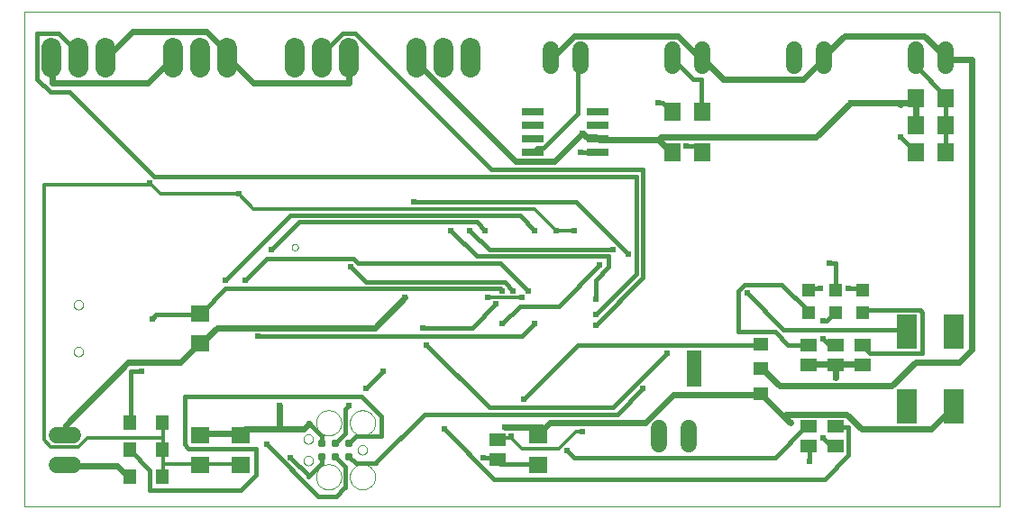
<source format=gbl>
G75*
%MOIN*%
%OFA0B0*%
%FSLAX24Y24*%
%IPPOS*%
%LPD*%
%AMOC8*
5,1,8,0,0,1.08239X$1,22.5*
%
%ADD10C,0.0000*%
%ADD11C,0.0310*%
%ADD12R,0.0709X0.0630*%
%ADD13R,0.0472X0.0551*%
%ADD14R,0.0630X0.0512*%
%ADD15R,0.0591X0.0512*%
%ADD16R,0.0472X0.0472*%
%ADD17R,0.0750X0.1250*%
%ADD18C,0.0600*%
%ADD19R,0.0630X0.0709*%
%ADD20R,0.0800X0.0260*%
%ADD21R,0.0551X0.0472*%
%ADD22R,0.0551X0.1378*%
%ADD23C,0.0740*%
%ADD24C,0.0240*%
%ADD25C,0.0240*%
%ADD26C,0.0160*%
%ADD27C,0.0180*%
%ADD28C,0.0120*%
D10*
X003100Y000158D02*
X003100Y018454D01*
X039170Y018454D01*
X039170Y000158D01*
X003100Y000158D01*
X004923Y005892D02*
X004925Y005918D01*
X004931Y005944D01*
X004941Y005969D01*
X004954Y005992D01*
X004970Y006012D01*
X004990Y006030D01*
X005012Y006045D01*
X005035Y006057D01*
X005061Y006065D01*
X005087Y006069D01*
X005113Y006069D01*
X005139Y006065D01*
X005165Y006057D01*
X005189Y006045D01*
X005210Y006030D01*
X005230Y006012D01*
X005246Y005992D01*
X005259Y005969D01*
X005269Y005944D01*
X005275Y005918D01*
X005277Y005892D01*
X005275Y005866D01*
X005269Y005840D01*
X005259Y005815D01*
X005246Y005792D01*
X005230Y005772D01*
X005210Y005754D01*
X005188Y005739D01*
X005165Y005727D01*
X005139Y005719D01*
X005113Y005715D01*
X005087Y005715D01*
X005061Y005719D01*
X005035Y005727D01*
X005011Y005739D01*
X004990Y005754D01*
X004970Y005772D01*
X004954Y005792D01*
X004941Y005815D01*
X004931Y005840D01*
X004925Y005866D01*
X004923Y005892D01*
X004923Y007624D02*
X004925Y007650D01*
X004931Y007676D01*
X004941Y007701D01*
X004954Y007724D01*
X004970Y007744D01*
X004990Y007762D01*
X005012Y007777D01*
X005035Y007789D01*
X005061Y007797D01*
X005087Y007801D01*
X005113Y007801D01*
X005139Y007797D01*
X005165Y007789D01*
X005189Y007777D01*
X005210Y007762D01*
X005230Y007744D01*
X005246Y007724D01*
X005259Y007701D01*
X005269Y007676D01*
X005275Y007650D01*
X005277Y007624D01*
X005275Y007598D01*
X005269Y007572D01*
X005259Y007547D01*
X005246Y007524D01*
X005230Y007504D01*
X005210Y007486D01*
X005188Y007471D01*
X005165Y007459D01*
X005139Y007451D01*
X005113Y007447D01*
X005087Y007447D01*
X005061Y007451D01*
X005035Y007459D01*
X005011Y007471D01*
X004990Y007486D01*
X004970Y007504D01*
X004954Y007524D01*
X004941Y007547D01*
X004931Y007572D01*
X004925Y007598D01*
X004923Y007624D01*
X012982Y009758D02*
X012984Y009779D01*
X012990Y009799D01*
X012999Y009819D01*
X013011Y009836D01*
X013026Y009850D01*
X013044Y009862D01*
X013064Y009870D01*
X013084Y009875D01*
X013105Y009876D01*
X013126Y009873D01*
X013146Y009867D01*
X013165Y009856D01*
X013182Y009843D01*
X013195Y009827D01*
X013206Y009809D01*
X013214Y009789D01*
X013218Y009769D01*
X013218Y009747D01*
X013214Y009727D01*
X013206Y009707D01*
X013195Y009689D01*
X013182Y009673D01*
X013165Y009660D01*
X013146Y009649D01*
X013126Y009643D01*
X013105Y009640D01*
X013084Y009641D01*
X013064Y009646D01*
X013044Y009654D01*
X013026Y009666D01*
X013011Y009680D01*
X012999Y009697D01*
X012990Y009717D01*
X012984Y009737D01*
X012982Y009758D01*
X013883Y003258D02*
X013885Y003301D01*
X013891Y003344D01*
X013901Y003386D01*
X013915Y003427D01*
X013932Y003466D01*
X013953Y003504D01*
X013977Y003539D01*
X014005Y003573D01*
X014035Y003603D01*
X014069Y003631D01*
X014104Y003655D01*
X014142Y003676D01*
X014181Y003693D01*
X014222Y003707D01*
X014264Y003717D01*
X014307Y003723D01*
X014350Y003725D01*
X014393Y003723D01*
X014436Y003717D01*
X014478Y003707D01*
X014519Y003693D01*
X014558Y003676D01*
X014596Y003655D01*
X014631Y003631D01*
X014665Y003603D01*
X014695Y003573D01*
X014723Y003539D01*
X014747Y003504D01*
X014768Y003466D01*
X014785Y003427D01*
X014799Y003386D01*
X014809Y003344D01*
X014815Y003301D01*
X014817Y003258D01*
X014815Y003215D01*
X014809Y003172D01*
X014799Y003130D01*
X014785Y003089D01*
X014768Y003050D01*
X014747Y003012D01*
X014723Y002977D01*
X014695Y002943D01*
X014665Y002913D01*
X014631Y002885D01*
X014596Y002861D01*
X014558Y002840D01*
X014519Y002823D01*
X014478Y002809D01*
X014436Y002799D01*
X014393Y002793D01*
X014350Y002791D01*
X014307Y002793D01*
X014264Y002799D01*
X014222Y002809D01*
X014181Y002823D01*
X014142Y002840D01*
X014104Y002861D01*
X014069Y002885D01*
X014035Y002913D01*
X014005Y002943D01*
X013977Y002977D01*
X013953Y003012D01*
X013932Y003050D01*
X013915Y003089D01*
X013901Y003130D01*
X013891Y003172D01*
X013885Y003215D01*
X013883Y003258D01*
X013425Y002658D02*
X013427Y002684D01*
X013433Y002710D01*
X013442Y002734D01*
X013455Y002757D01*
X013472Y002777D01*
X013491Y002795D01*
X013513Y002810D01*
X013536Y002821D01*
X013561Y002829D01*
X013587Y002833D01*
X013613Y002833D01*
X013639Y002829D01*
X013664Y002821D01*
X013688Y002810D01*
X013709Y002795D01*
X013728Y002777D01*
X013745Y002757D01*
X013758Y002734D01*
X013767Y002710D01*
X013773Y002684D01*
X013775Y002658D01*
X013773Y002632D01*
X013767Y002606D01*
X013758Y002582D01*
X013745Y002559D01*
X013728Y002539D01*
X013709Y002521D01*
X013687Y002506D01*
X013664Y002495D01*
X013639Y002487D01*
X013613Y002483D01*
X013587Y002483D01*
X013561Y002487D01*
X013536Y002495D01*
X013512Y002506D01*
X013491Y002521D01*
X013472Y002539D01*
X013455Y002559D01*
X013442Y002582D01*
X013433Y002606D01*
X013427Y002632D01*
X013425Y002658D01*
X013425Y001858D02*
X013427Y001884D01*
X013433Y001910D01*
X013442Y001934D01*
X013455Y001957D01*
X013472Y001977D01*
X013491Y001995D01*
X013513Y002010D01*
X013536Y002021D01*
X013561Y002029D01*
X013587Y002033D01*
X013613Y002033D01*
X013639Y002029D01*
X013664Y002021D01*
X013688Y002010D01*
X013709Y001995D01*
X013728Y001977D01*
X013745Y001957D01*
X013758Y001934D01*
X013767Y001910D01*
X013773Y001884D01*
X013775Y001858D01*
X013773Y001832D01*
X013767Y001806D01*
X013758Y001782D01*
X013745Y001759D01*
X013728Y001739D01*
X013709Y001721D01*
X013687Y001706D01*
X013664Y001695D01*
X013639Y001687D01*
X013613Y001683D01*
X013587Y001683D01*
X013561Y001687D01*
X013536Y001695D01*
X013512Y001706D01*
X013491Y001721D01*
X013472Y001739D01*
X013455Y001759D01*
X013442Y001782D01*
X013433Y001806D01*
X013427Y001832D01*
X013425Y001858D01*
X013883Y001258D02*
X013885Y001301D01*
X013891Y001344D01*
X013901Y001386D01*
X013915Y001427D01*
X013932Y001466D01*
X013953Y001504D01*
X013977Y001539D01*
X014005Y001573D01*
X014035Y001603D01*
X014069Y001631D01*
X014104Y001655D01*
X014142Y001676D01*
X014181Y001693D01*
X014222Y001707D01*
X014264Y001717D01*
X014307Y001723D01*
X014350Y001725D01*
X014393Y001723D01*
X014436Y001717D01*
X014478Y001707D01*
X014519Y001693D01*
X014558Y001676D01*
X014596Y001655D01*
X014631Y001631D01*
X014665Y001603D01*
X014695Y001573D01*
X014723Y001539D01*
X014747Y001504D01*
X014768Y001466D01*
X014785Y001427D01*
X014799Y001386D01*
X014809Y001344D01*
X014815Y001301D01*
X014817Y001258D01*
X014815Y001215D01*
X014809Y001172D01*
X014799Y001130D01*
X014785Y001089D01*
X014768Y001050D01*
X014747Y001012D01*
X014723Y000977D01*
X014695Y000943D01*
X014665Y000913D01*
X014631Y000885D01*
X014596Y000861D01*
X014558Y000840D01*
X014519Y000823D01*
X014478Y000809D01*
X014436Y000799D01*
X014393Y000793D01*
X014350Y000791D01*
X014307Y000793D01*
X014264Y000799D01*
X014222Y000809D01*
X014181Y000823D01*
X014142Y000840D01*
X014104Y000861D01*
X014069Y000885D01*
X014035Y000913D01*
X014005Y000943D01*
X013977Y000977D01*
X013953Y001012D01*
X013932Y001050D01*
X013915Y001089D01*
X013901Y001130D01*
X013891Y001172D01*
X013885Y001215D01*
X013883Y001258D01*
X015133Y001258D02*
X015135Y001301D01*
X015141Y001344D01*
X015151Y001386D01*
X015165Y001427D01*
X015182Y001466D01*
X015203Y001504D01*
X015227Y001539D01*
X015255Y001573D01*
X015285Y001603D01*
X015319Y001631D01*
X015354Y001655D01*
X015392Y001676D01*
X015431Y001693D01*
X015472Y001707D01*
X015514Y001717D01*
X015557Y001723D01*
X015600Y001725D01*
X015643Y001723D01*
X015686Y001717D01*
X015728Y001707D01*
X015769Y001693D01*
X015808Y001676D01*
X015846Y001655D01*
X015881Y001631D01*
X015915Y001603D01*
X015945Y001573D01*
X015973Y001539D01*
X015997Y001504D01*
X016018Y001466D01*
X016035Y001427D01*
X016049Y001386D01*
X016059Y001344D01*
X016065Y001301D01*
X016067Y001258D01*
X016065Y001215D01*
X016059Y001172D01*
X016049Y001130D01*
X016035Y001089D01*
X016018Y001050D01*
X015997Y001012D01*
X015973Y000977D01*
X015945Y000943D01*
X015915Y000913D01*
X015881Y000885D01*
X015846Y000861D01*
X015808Y000840D01*
X015769Y000823D01*
X015728Y000809D01*
X015686Y000799D01*
X015643Y000793D01*
X015600Y000791D01*
X015557Y000793D01*
X015514Y000799D01*
X015472Y000809D01*
X015431Y000823D01*
X015392Y000840D01*
X015354Y000861D01*
X015319Y000885D01*
X015285Y000913D01*
X015255Y000943D01*
X015227Y000977D01*
X015203Y001012D01*
X015182Y001050D01*
X015165Y001089D01*
X015151Y001130D01*
X015141Y001172D01*
X015135Y001215D01*
X015133Y001258D01*
X015425Y002258D02*
X015427Y002284D01*
X015433Y002310D01*
X015442Y002334D01*
X015455Y002357D01*
X015472Y002377D01*
X015491Y002395D01*
X015513Y002410D01*
X015536Y002421D01*
X015561Y002429D01*
X015587Y002433D01*
X015613Y002433D01*
X015639Y002429D01*
X015664Y002421D01*
X015688Y002410D01*
X015709Y002395D01*
X015728Y002377D01*
X015745Y002357D01*
X015758Y002334D01*
X015767Y002310D01*
X015773Y002284D01*
X015775Y002258D01*
X015773Y002232D01*
X015767Y002206D01*
X015758Y002182D01*
X015745Y002159D01*
X015728Y002139D01*
X015709Y002121D01*
X015687Y002106D01*
X015664Y002095D01*
X015639Y002087D01*
X015613Y002083D01*
X015587Y002083D01*
X015561Y002087D01*
X015536Y002095D01*
X015512Y002106D01*
X015491Y002121D01*
X015472Y002139D01*
X015455Y002159D01*
X015442Y002182D01*
X015433Y002206D01*
X015427Y002232D01*
X015425Y002258D01*
X015133Y003258D02*
X015135Y003301D01*
X015141Y003344D01*
X015151Y003386D01*
X015165Y003427D01*
X015182Y003466D01*
X015203Y003504D01*
X015227Y003539D01*
X015255Y003573D01*
X015285Y003603D01*
X015319Y003631D01*
X015354Y003655D01*
X015392Y003676D01*
X015431Y003693D01*
X015472Y003707D01*
X015514Y003717D01*
X015557Y003723D01*
X015600Y003725D01*
X015643Y003723D01*
X015686Y003717D01*
X015728Y003707D01*
X015769Y003693D01*
X015808Y003676D01*
X015846Y003655D01*
X015881Y003631D01*
X015915Y003603D01*
X015945Y003573D01*
X015973Y003539D01*
X015997Y003504D01*
X016018Y003466D01*
X016035Y003427D01*
X016049Y003386D01*
X016059Y003344D01*
X016065Y003301D01*
X016067Y003258D01*
X016065Y003215D01*
X016059Y003172D01*
X016049Y003130D01*
X016035Y003089D01*
X016018Y003050D01*
X015997Y003012D01*
X015973Y002977D01*
X015945Y002943D01*
X015915Y002913D01*
X015881Y002885D01*
X015846Y002861D01*
X015808Y002840D01*
X015769Y002823D01*
X015728Y002809D01*
X015686Y002799D01*
X015643Y002793D01*
X015600Y002791D01*
X015557Y002793D01*
X015514Y002799D01*
X015472Y002809D01*
X015431Y002823D01*
X015392Y002840D01*
X015354Y002861D01*
X015319Y002885D01*
X015285Y002913D01*
X015255Y002943D01*
X015227Y002977D01*
X015203Y003012D01*
X015182Y003050D01*
X015165Y003089D01*
X015151Y003130D01*
X015141Y003172D01*
X015135Y003215D01*
X015133Y003258D01*
D11*
X015100Y002508D03*
X014600Y002508D03*
X014100Y002508D03*
X014100Y002008D03*
X014600Y002008D03*
X015100Y002008D03*
D12*
X011100Y001707D03*
X011100Y002809D03*
X009600Y002809D03*
X009600Y001707D03*
X009600Y006207D03*
X009600Y007309D03*
X022100Y002809D03*
X022100Y001707D03*
D13*
X008191Y001258D03*
X007009Y001258D03*
X007009Y002258D03*
X008191Y002258D03*
X008191Y003258D03*
X007009Y003258D03*
D14*
X020600Y002632D03*
X020600Y001884D03*
D15*
X032100Y002384D03*
X032100Y003132D03*
X033100Y003132D03*
X033100Y002384D03*
X033100Y005384D03*
X032100Y005384D03*
X032100Y006132D03*
X033100Y006132D03*
X034100Y006132D03*
X034100Y005384D03*
D16*
X034100Y007345D03*
X033100Y007345D03*
X032100Y007345D03*
X032100Y008171D03*
X033100Y008171D03*
X034100Y008171D03*
D17*
X035725Y006633D03*
X037475Y006633D03*
X037475Y003883D03*
X035725Y003883D03*
D18*
X027650Y003058D02*
X027650Y002458D01*
X026550Y002458D02*
X026550Y003058D01*
X027050Y016458D02*
X027050Y017058D01*
X028150Y017058D02*
X028150Y016458D01*
X031550Y016458D02*
X031550Y017058D01*
X032650Y017058D02*
X032650Y016458D01*
X036050Y016458D02*
X036050Y017058D01*
X037150Y017058D02*
X037150Y016458D01*
X023650Y016458D02*
X023650Y017058D01*
X022550Y017058D02*
X022550Y016458D01*
X004900Y002808D02*
X004300Y002808D01*
X004300Y001708D02*
X004900Y001708D01*
D19*
X027049Y013258D03*
X028151Y013258D03*
X028151Y014758D03*
X027049Y014758D03*
X036049Y014258D03*
X036049Y013258D03*
X037151Y013258D03*
X037151Y014258D03*
X037151Y015258D03*
X036049Y015258D03*
D20*
X024310Y014758D03*
X024310Y014258D03*
X024310Y013758D03*
X024310Y013258D03*
X021890Y013258D03*
X021890Y013758D03*
X021890Y014258D03*
X021890Y014758D03*
D21*
X030320Y006168D03*
X030320Y005258D03*
X030320Y004348D03*
D22*
X027880Y005258D03*
D23*
X019600Y016388D02*
X019600Y017128D01*
X018600Y017128D02*
X018600Y016388D01*
X017600Y016388D02*
X017600Y017128D01*
X015100Y017128D02*
X015100Y016388D01*
X014100Y016388D02*
X014100Y017128D01*
X013100Y017128D02*
X013100Y016388D01*
X010600Y016388D02*
X010600Y017128D01*
X009600Y017128D02*
X009600Y016388D01*
X008600Y016388D02*
X008600Y017128D01*
X006100Y017128D02*
X006100Y016388D01*
X005100Y016388D02*
X005100Y017128D01*
X004100Y017128D02*
X004100Y016388D01*
D24*
X004140Y016698D02*
X004100Y016758D01*
X004140Y016698D02*
X004140Y015818D01*
X007660Y015818D01*
X008600Y016758D01*
X009820Y017738D02*
X007100Y017738D01*
X006140Y016778D01*
X006100Y016758D01*
X009820Y017738D02*
X010540Y017018D01*
X010540Y016778D01*
X010600Y016758D01*
X010700Y016698D01*
X011580Y015818D01*
X015100Y015818D01*
X015100Y016758D01*
X017600Y016758D02*
X017660Y016698D01*
X017660Y016538D01*
X021260Y012938D01*
X022700Y012938D01*
X023740Y013978D01*
X023900Y013818D01*
X024220Y013818D01*
X024310Y013758D01*
X024380Y013738D01*
X026540Y013738D01*
X026620Y013818D01*
X027020Y013818D01*
X032380Y013818D01*
X033660Y015098D01*
X035500Y015098D01*
X035500Y015018D01*
X035500Y015098D02*
X035980Y015098D01*
X036049Y015258D01*
X036060Y015258D01*
X036060Y014298D01*
X036049Y014258D01*
X037180Y016698D02*
X037150Y016758D01*
X037100Y016858D01*
X036380Y017578D01*
X033420Y017578D01*
X032700Y016858D01*
X032650Y016758D01*
X032620Y016698D01*
X031900Y015978D01*
X028940Y015978D01*
X028220Y016698D01*
X028150Y016758D01*
X028060Y016778D01*
X027260Y017578D01*
X023420Y017578D01*
X022620Y016778D01*
X022550Y016758D01*
X026540Y013738D02*
X027020Y013258D01*
X027049Y013258D01*
X037180Y016698D02*
X038140Y016698D01*
X038140Y005978D01*
X037660Y005498D01*
X036060Y005498D01*
X035180Y004618D01*
X031020Y004618D01*
X030380Y005258D01*
X030320Y005258D01*
X030320Y004348D02*
X030220Y004298D01*
X027100Y004298D01*
X026060Y003258D01*
X024300Y003258D01*
X022540Y003258D01*
X022140Y002858D01*
X022100Y002809D01*
X022220Y003098D01*
X020860Y003098D01*
X016060Y006778D02*
X010220Y006778D01*
X009660Y006218D01*
X009600Y006207D01*
X009500Y006138D01*
X008860Y005498D01*
X006940Y005498D01*
X004620Y003178D01*
X004620Y002858D01*
X004600Y002808D01*
X004600Y001708D02*
X004620Y001658D01*
X006540Y001658D01*
X006940Y001258D01*
X007009Y001258D01*
X009600Y002809D02*
X009660Y002858D01*
X011020Y002858D01*
X011100Y002809D01*
X011100Y002858D01*
X011260Y003018D01*
X012540Y003018D01*
X012540Y003898D01*
X013420Y003018D02*
X013630Y003228D01*
X013420Y003018D02*
X012540Y003018D01*
X016060Y006778D02*
X017180Y007898D01*
X030320Y004348D02*
X030380Y004298D01*
X031180Y003498D01*
X031260Y003578D01*
X033500Y003578D01*
X034060Y003018D01*
X036620Y003018D01*
X037420Y003818D01*
X037475Y003883D01*
X034100Y005384D02*
X034060Y005418D01*
X033180Y005418D01*
X033100Y005384D01*
X033020Y005418D01*
X032140Y005418D01*
X032100Y005384D01*
X033100Y005384D02*
X033100Y004938D01*
X031420Y003258D02*
X031180Y003498D01*
D25*
X031420Y003258D03*
X032620Y002698D03*
X032140Y001818D03*
X033100Y004938D03*
X032620Y006378D03*
X032620Y007018D03*
X032540Y008218D03*
X033580Y008218D03*
X032860Y009178D03*
X029820Y008058D03*
X026860Y005818D03*
X025980Y004538D03*
X024300Y003258D03*
X023740Y002938D03*
X023180Y002218D03*
X021100Y002778D03*
X020860Y003098D03*
X021580Y004138D03*
X018620Y003018D03*
X020060Y001978D03*
X015740Y004538D03*
X015100Y003898D03*
X016380Y005178D03*
X017980Y006138D03*
X017820Y006778D03*
X017180Y007898D03*
X015180Y009018D03*
X012220Y009658D03*
X011260Y008538D03*
X010540Y008538D03*
X007820Y007098D03*
X007420Y005178D03*
X011740Y006458D03*
X012540Y003898D03*
X012060Y002458D03*
X012940Y001978D03*
X020780Y006938D03*
X020540Y007658D03*
X020220Y007898D03*
X020780Y008138D03*
X021180Y008138D03*
X021500Y007898D03*
X021740Y008138D03*
X021980Y006938D03*
X024220Y006858D03*
X024220Y007258D03*
X024220Y007818D03*
X024380Y009098D03*
X024860Y009658D03*
X025420Y009498D03*
X023420Y010378D03*
X022780Y010378D03*
X021980Y010378D03*
X020140Y010378D03*
X019580Y010378D03*
X018860Y010378D03*
X017500Y011418D03*
X023660Y013258D03*
X023740Y013978D03*
X026540Y015098D03*
X027020Y013818D03*
X027580Y013498D03*
X033660Y015098D03*
X035500Y015018D03*
X035500Y013818D03*
X011020Y011738D03*
X007740Y012138D03*
D26*
X014975Y003758D02*
X014975Y002883D01*
X014600Y002508D01*
X014100Y002508D02*
X014100Y002758D01*
X013630Y003228D01*
X013600Y003258D01*
X015100Y002508D02*
X015350Y002758D01*
X016100Y002758D01*
X016100Y001758D02*
X015350Y001758D01*
X015100Y002008D01*
X014975Y001633D02*
X014975Y000883D01*
X014975Y001633D02*
X014600Y002008D01*
X014100Y002008D02*
X014100Y001758D01*
X013630Y001288D01*
X013600Y001258D01*
D27*
X013630Y001288D02*
X012940Y001978D01*
X012060Y002458D02*
X013980Y000538D01*
X014620Y000538D01*
X014940Y000858D01*
X014975Y000883D01*
X016100Y001758D02*
X016140Y001818D01*
X017900Y003578D01*
X025020Y003578D01*
X025980Y004538D01*
X024860Y003818D02*
X026860Y005818D01*
X024220Y006858D02*
X025980Y008618D01*
X025980Y012618D01*
X020380Y012618D01*
X015340Y017658D01*
X014860Y017658D01*
X014140Y016938D01*
X014140Y016778D01*
X014100Y016758D01*
X007900Y012378D02*
X004780Y015498D01*
X004060Y015498D01*
X003580Y015978D01*
X003580Y017658D01*
X004380Y017658D01*
X005100Y016938D01*
X005100Y016758D01*
X007900Y012378D02*
X025740Y012378D01*
X025740Y008778D01*
X024220Y007258D01*
X024220Y007818D02*
X024220Y008538D01*
X024700Y009018D01*
X024700Y009418D01*
X019820Y009418D01*
X018860Y010378D01*
X019580Y010378D02*
X020300Y009658D01*
X024860Y009658D01*
X025420Y009498D02*
X023500Y011418D01*
X017500Y011418D01*
X019820Y010698D02*
X020140Y010378D01*
X019820Y010698D02*
X013260Y010698D01*
X012220Y009658D01*
X012060Y009338D02*
X011260Y008538D01*
X010540Y008538D02*
X012940Y010938D01*
X021420Y010938D01*
X021980Y010378D01*
X020700Y009178D02*
X015420Y009178D01*
X015260Y009338D01*
X012060Y009338D01*
X010540Y008218D02*
X009660Y007338D01*
X009600Y007309D01*
X009580Y007258D01*
X007980Y007258D01*
X007820Y007098D01*
X007420Y005178D02*
X007020Y005178D01*
X007020Y003258D01*
X007009Y003258D01*
X007009Y002258D02*
X007020Y002218D01*
X007740Y001498D01*
X007740Y000778D01*
X011100Y000778D01*
X011660Y001338D01*
X011660Y002298D01*
X009180Y002298D01*
X009020Y002458D01*
X009020Y004218D01*
X015580Y004218D01*
X016300Y003498D01*
X016300Y002778D01*
X016140Y002778D01*
X016100Y002758D01*
X014975Y003758D02*
X015020Y003818D01*
X015100Y003898D01*
X015740Y004538D02*
X016380Y005178D01*
X017980Y006138D02*
X020300Y003818D01*
X024860Y003818D01*
X023180Y002218D02*
X023420Y001978D01*
X030860Y001978D01*
X031980Y003098D01*
X032060Y003098D01*
X032100Y003132D01*
X032620Y002698D02*
X032860Y002458D01*
X033100Y002458D01*
X033100Y002384D01*
X033580Y002058D02*
X033580Y003098D01*
X033100Y003098D01*
X033100Y003132D01*
X032140Y002378D02*
X032100Y002384D01*
X032140Y002378D02*
X032140Y001818D01*
X032700Y001178D02*
X033580Y002058D01*
X032700Y001178D02*
X020460Y001178D01*
X018620Y003018D01*
X020060Y001978D02*
X020460Y001978D01*
X020540Y001898D01*
X020600Y001884D01*
X020620Y001818D01*
X020700Y001738D01*
X022060Y001738D01*
X022100Y001707D01*
X021580Y004138D02*
X023580Y006138D01*
X030300Y006138D01*
X030320Y006168D01*
X030860Y006618D02*
X029500Y006618D01*
X029500Y008138D01*
X029740Y008378D01*
X031100Y008378D01*
X032060Y007418D01*
X032100Y007345D01*
X032620Y007018D02*
X032780Y007018D01*
X033100Y007338D01*
X033100Y007345D01*
X034100Y007345D02*
X034140Y007418D01*
X036220Y007418D01*
X036300Y007338D01*
X036300Y005818D01*
X034380Y005818D01*
X034140Y006058D01*
X034100Y006132D01*
X033100Y006138D02*
X033100Y006132D01*
X033100Y006138D02*
X032860Y006138D01*
X032620Y006378D01*
X032100Y006132D02*
X032060Y006138D01*
X031340Y006138D01*
X030860Y006618D01*
X031180Y006698D02*
X035660Y006698D01*
X035725Y006633D01*
X034100Y008171D02*
X034060Y008218D01*
X033580Y008218D01*
X033100Y008171D02*
X033100Y009178D01*
X032860Y009178D01*
X032540Y008218D02*
X032140Y008218D01*
X032100Y008171D01*
X031180Y006698D02*
X029820Y008058D01*
X024380Y009098D02*
X022860Y007578D01*
X021420Y007578D01*
X020780Y006938D01*
X021500Y006458D02*
X011740Y006458D01*
X010540Y008218D02*
X020700Y008218D01*
X020780Y008138D01*
X020860Y008458D02*
X021180Y008138D01*
X020860Y008458D02*
X015740Y008458D01*
X015180Y009018D01*
X017820Y006778D02*
X019660Y006778D01*
X020540Y007658D01*
X021740Y008138D02*
X020700Y009178D01*
X021980Y006938D02*
X021500Y006458D01*
X021900Y013258D02*
X021890Y013258D01*
X021900Y013258D02*
X022060Y013418D01*
X022300Y013418D01*
X023580Y014698D01*
X023580Y016698D01*
X023650Y016758D01*
X026540Y015098D02*
X026700Y015098D01*
X027020Y014778D01*
X027049Y014758D01*
X028140Y014778D02*
X028151Y014758D01*
X028140Y014778D02*
X028140Y015978D01*
X027820Y015978D01*
X027100Y016698D01*
X027050Y016758D01*
X027580Y013498D02*
X027900Y013498D01*
X028140Y013258D01*
X028151Y013258D01*
X024310Y013258D02*
X023660Y013258D01*
X035500Y013818D02*
X036060Y013258D01*
X036049Y013258D01*
X037151Y013258D02*
X037180Y013258D01*
X037180Y014218D01*
X037151Y014258D01*
X037180Y014298D01*
X037180Y015258D01*
X037151Y015258D01*
X037180Y015338D01*
X036060Y016458D01*
X036060Y016698D01*
X036050Y016758D01*
D28*
X023420Y010378D02*
X022780Y010378D01*
X021980Y011178D01*
X011580Y011178D01*
X011020Y011738D01*
X008140Y011738D01*
X007740Y012138D01*
X007740Y012058D01*
X003820Y012058D01*
X003820Y002618D01*
X004060Y002378D01*
X005100Y002378D01*
X005420Y002698D01*
X008220Y002698D01*
X008220Y003258D01*
X008191Y003258D01*
X008220Y002698D02*
X008220Y002298D01*
X008191Y002258D01*
X008220Y002218D01*
X008220Y001738D01*
X009580Y001738D01*
X009600Y001707D01*
X009660Y001738D01*
X011100Y001738D01*
X011100Y001707D01*
X008220Y001738D02*
X008220Y001258D01*
X008191Y001258D01*
X020220Y007898D02*
X021500Y007898D01*
X021100Y002778D02*
X021100Y002698D01*
X021500Y002298D01*
X022860Y002298D01*
X023500Y002938D01*
X023740Y002938D01*
X021100Y002778D02*
X021020Y002698D01*
X020620Y002698D01*
X020600Y002632D01*
M02*

</source>
